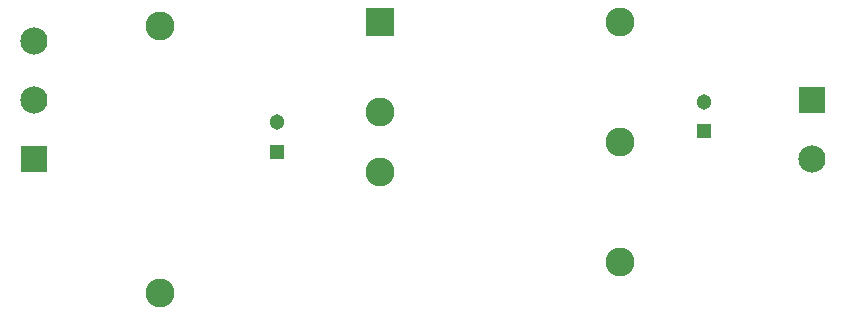
<source format=gts>
G04*
G04 #@! TF.GenerationSoftware,Altium Limited,Altium Designer,20.0.10 (225)*
G04*
G04 Layer_Color=8388736*
%FSLAX43Y43*%
%MOMM*%
G71*
G01*
G75*
%ADD13C,1.303*%
%ADD14R,1.303X1.303*%
%ADD15C,2.453*%
%ADD16R,2.453X2.453*%
%ADD17R,2.303X2.303*%
%ADD18C,2.303*%
D13*
X65659Y19137D02*
D03*
X29464Y17399D02*
D03*
D14*
X65659Y16637D02*
D03*
X29464Y14899D02*
D03*
D15*
X19558Y25524D02*
D03*
Y2924D02*
D03*
X58547Y5588D02*
D03*
Y25908D02*
D03*
X38227Y13208D02*
D03*
Y18288D02*
D03*
X58547Y15748D02*
D03*
D16*
X38227Y25908D02*
D03*
D17*
X8890Y14257D02*
D03*
X74803Y19264D02*
D03*
D18*
X8890Y19257D02*
D03*
Y24257D02*
D03*
X74803Y14264D02*
D03*
M02*

</source>
